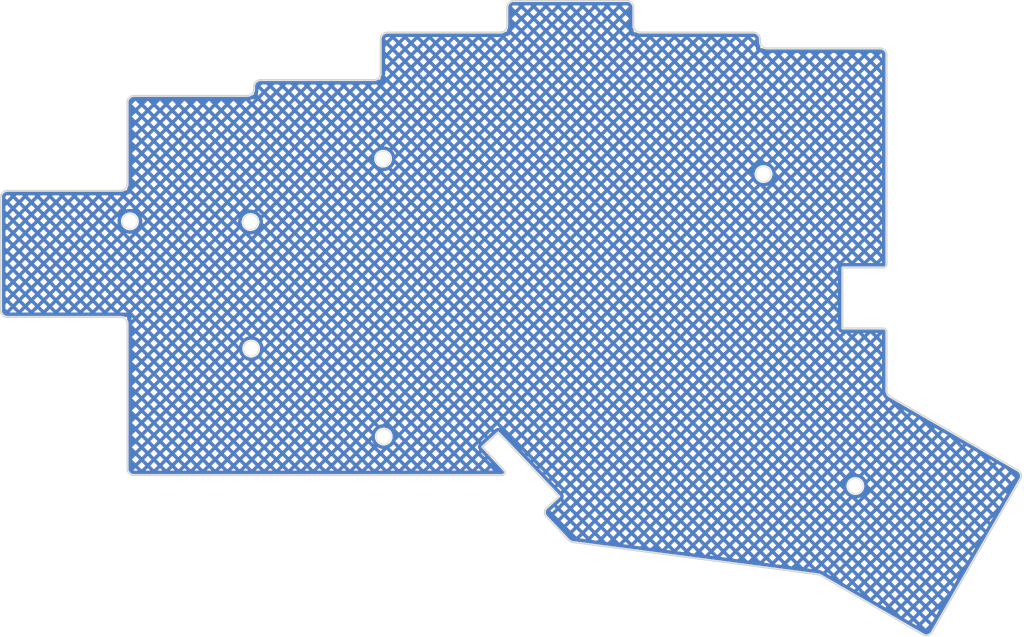
<source format=kicad_pcb>
(kicad_pcb (version 20211014) (generator pcbnew)
  (layers (0 "F.Cu" signal) (31 "B.Cu" signal) (34 "B.Paste" user) (35 "F.Paste" user) (36 "B.SilkS" user "B.Silkscreen") (37 "F.SilkS" user "F.Silkscreen") (38 "B.Mask" user) (39 "F.Mask" user) (44 "Edge.Cuts" user))
  (net 0 "")
  (footprint "kbd:M2_Hole_Edge_Cut" (layer "F.Cu") (at 128.721463 40.374367)
    (fp_text reference "H8")
    (fp_text value "MountingHole")
    (fp_circle (center 0 0) (end 1.15 0) (layer "Edge.Cuts") (width 0.1) (fill none))
  )
  (footprint "kbd:M2_Hole_Edge_Cut" (layer "F.Cu") (at 71.621463 38.074367)
    (fp_text reference "H4")
    (fp_text value "MountingHole")
    (fp_circle (center 0 0) (end 1.15 0) (layer "Edge.Cuts") (width 0.1) (fill none))
  )
  (footprint "kbd:M2_Hole_Edge_Cut" (layer "F.Cu") (at 33.621463 47.474367)
    (fp_text reference "H3")
    (fp_text value "MountingHole")
    (fp_circle (center 0 0) (end 1.15 0) (layer "Edge.Cuts") (width 0.1) (fill none))
  )
  (footprint "kbd:M2_Hole_Edge_Cut" (layer "F.Cu") (at 51.821463 66.574367)
    (fp_text reference "H2")
    (fp_text value "MountingHole")
    (fp_circle (center 0 0) (end 1.15 0) (layer "Edge.Cuts") (width 0.1) (fill none))
  )
  (footprint "kbd:M2_Hole_Edge_Cut" (layer "F.Cu") (at 51.721463 47.574367)
    (fp_text reference "H1")
    (fp_text value "MountingHole")
    (fp_circle (center 0 0) (end 1.15 0) (layer "Edge.Cuts") (width 0.1) (fill none))
  )
  (footprint "kbd:M2_Hole_Edge_Cut" (layer "F.Cu") (at 71.721463 79.774367)
    (fp_text reference "H5")
    (fp_text value "MountingHole")
    (fp_circle (center 0 0) (end 1.15 0) (layer "Edge.Cuts") (width 0.1) (fill none))
  )
  (footprint "kbd:M2_Hole_Edge_Cut" (layer "F.Cu") (at 142.507505 87.19918)
    (fp_text reference "H9")
    (fp_text value "MountingHole")
    (fp_circle (center 0 0) (end 1.15 0) (layer "Edge.Cuts") (width 0.1) (fill none))
  )
  (gr_arc (start 166.912511 84.834934) (mid 167.378437 85.442141) (end 167.278537 86.20096) (layer "Edge.Cuts") (width 0.2))
  (gr_arc (start 90.221463 18.099368) (mid 89.92857 18.806475) (end 89.221463 19.099368) (layer "Edge.Cuts") (width 0.2))
  (gr_line (start 15.221464 42.849368) (end 32.221465 42.849368) (layer "Edge.Cuts") (width 0.2))
  (gr_line (start 140.591432 63.50434) (end 140.591432 54.44434) (layer "Edge.Cuts") (width 0.2))
  (gr_line (start 99.480311 95.345258) (end 96.121464 91.809367) (layer "Edge.Cuts") (width 0.2))
  (gr_line (start 33.221463 84.609762) (end 33.221463 62.849367) (layer "Edge.Cuts") (width 0.2))
  (gr_line (start 89.496464 85.599367) (end 34.211068 85.599367) (layer "Edge.Cuts") (width 0.2))
  (gr_line (start 89.846464 84.849367) (end 86.571464 81.324367) (layer "Edge.Cuts") (width 0.2))
  (gr_line (start 147.721463 73.754978) (end 166.912511 84.834934) (layer "Edge.Cuts") (width 0.2))
  (gr_arc (start 52.221466 27.599371) (mid 51.928571 28.306477) (end 51.221463 28.599368) (layer "Edge.Cuts") (width 0.2))
  (gr_arc (start 71.221463 25.224368) (mid 70.92857 25.931475) (end 70.221463 26.224368) (layer "Edge.Cuts") (width 0.2))
  (gr_line (start 147.221433 64.004341) (end 147.221463 72.888952) (layer "Edge.Cuts") (width 0.2))
  (gr_line (start 71.221463 25.224368) (end 71.221463 20.099368) (layer "Edge.Cuts") (width 0.2))
  (gr_arc (start 146.221463 21.474368) (mid 146.92857 21.767261) (end 147.221463 22.474368) (layer "Edge.Cuts") (width 0.2))
  (gr_arc (start 108.221463 14.349368) (mid 108.92857 14.642261) (end 109.221463 15.349368) (layer "Edge.Cuts") (width 0.2))
  (gr_line (start 110.221463 19.099367) (end 127.221463 19.099367) (layer "Edge.Cuts") (width 0.2))
  (gr_arc (start 147.221432 53.940786) (mid 147.074984 54.29434) (end 146.721429 54.440785) (layer "Edge.Cuts") (width 0.2))
  (gr_line (start 152.662511 109.516658) (end 137.244527 100.615081) (layer "Edge.Cuts") (width 0.2))
  (gr_arc (start 110.221462 19.099368) (mid 109.514356 18.806474) (end 109.221463 18.099367) (layer "Edge.Cuts") (width 0.2))
  (gr_line (start 147.221433 22.474342) (end 147.221432 53.940786) (layer "Edge.Cuts") (width 0.2))
  (gr_arc (start 34.211068 85.599367) (mid 33.511312 85.309518) (end 33.221463 84.609762) (layer "Edge.Cuts") (width 0.2))
  (gr_arc (start 52.221463 27.224368) (mid 52.514356 26.517261) (end 53.221463 26.224368) (layer "Edge.Cuts") (width 0.2))
  (gr_line (start 53.221463 26.224368) (end 70.221463 26.224368) (layer "Edge.Cuts") (width 0.2))
  (gr_line (start 14.221465 60.849368) (end 14.221465 43.849369) (layer "Edge.Cuts") (width 0.2))
  (gr_arc (start 15.221464 61.849367) (mid 14.514358 61.556474) (end 14.221465 60.849368) (layer "Edge.Cuts") (width 0.2))
  (gr_line (start 52.221463 27.599368) (end 52.221463 27.224367) (layer "Edge.Cuts") (width 0.2))
  (gr_line (start 140.591432 54.44434) (end 146.721429 54.440785) (layer "Edge.Cuts") (width 0.2))
  (gr_arc (start 14.221465 43.849369) (mid 14.514358 43.142262) (end 15.221464 42.849368) (layer "Edge.Cuts") (width 0.2))
  (gr_arc (start 96.121464 91.809367) (mid 95.846999 91.146749) (end 96.121464 90.484131) (layer "Edge.Cuts") (width 0.2))
  (gr_arc (start 129.221463 21.474367) (mid 128.514356 21.181474) (end 128.221463 20.474367) (layer "Edge.Cuts") (width 0.2))
  (gr_arc (start 33.221465 41.84937) (mid 32.928571 42.556475) (end 32.221464 42.849367) (layer "Edge.Cuts") (width 0.2))
  (gr_arc (start 90.221463 15.349368) (mid 90.514356 14.642261) (end 91.221463 14.349368) (layer "Edge.Cuts") (width 0.2))
  (gr_arc (start 127.221463 19.099367) (mid 127.92857 19.39226) (end 128.221463 20.099367) (layer "Edge.Cuts") (width 0.2))
  (gr_arc (start 100.068595 95.644797) (mid 99.748739 95.545528) (end 99.480311 95.345258) (layer "Edge.Cuts") (width 0.2))
  (gr_line (start 136.878894 100.490965) (end 100.068595 95.644797) (layer "Edge.Cuts") (width 0.2))
  (gr_line (start 109.221463 15.349368) (end 109.221463 18.099367) (layer "Edge.Cuts") (width 0.2))
  (gr_line (start 128.221463 20.099367) (end 128.221463 20.474367) (layer "Edge.Cuts") (width 0.2))
  (gr_arc (start 33.221464 29.599368) (mid 33.514357 28.892261) (end 34.221464 28.599368) (layer "Edge.Cuts") (width 0.2))
  (gr_line (start 129.221463 21.474367) (end 146.221463 21.474368) (layer "Edge.Cuts") (width 0.2))
  (gr_line (start 167.278537 86.20096) (end 154.028537 109.150633) (layer "Edge.Cuts") (width 0.2))
  (gr_line (start 88.896464 79.199367) (end 86.571464 81.324367) (layer "Edge.Cuts") (width 0.2))
  (gr_arc (start 136.878894 100.490965) (mid 137.067823 100.535017) (end 137.244527 100.615081) (layer "Edge.Cuts") (width 0.2))
  (gr_arc (start 147.721463 73.754977) (mid 147.355438 73.388952) (end 147.221463 72.888952) (layer "Edge.Cuts") (width 0.2))
  (gr_line (start 96.121464 90.484131) (end 98.021464 88.749367) (layer "Edge.Cuts") (width 0.2))
  (gr_line (start 98.021464 88.749367) (end 88.896464 79.199367) (layer "Edge.Cuts") (width 0.2))
  (gr_arc (start 71.221462 20.099368) (mid 71.514356 19.392261) (end 72.221463 19.099367) (layer "Edge.Cuts") (width 0.2))
  (gr_line (start 90.221463 18.099368) (end 90.221463 15.349368) (layer "Edge.Cuts") (width 0.2))
  (gr_line (start 32.221464 61.849368) (end 15.221464 61.849368) (layer "Edge.Cuts") (width 0.2))
  (gr_line (start 146.721434 63.504338) (end 140.591432 63.50434) (layer "Edge.Cuts") (width 0.2))
  (gr_arc (start 146.721434 63.504338) (mid 147.074988 63.650786) (end 147.221433 64.004341) (layer "Edge.Cuts") (width 0.2))
  (gr_line (start 91.221463 14.349368) (end 108.221463 14.349368) (layer "Edge.Cuts") (width 0.2))
  (gr_line (start 72.221463 19.099367) (end 89.221463 19.099368) (layer "Edge.Cuts") (width 0.2))
  (gr_line (start 33.221464 41.849368) (end 33.221464 29.599368) (layer "Edge.Cuts") (width 0.2))
  (gr_arc (start 32.221466 61.849364) (mid 32.928572 62.142259) (end 33.221463 62.849367) (layer "Edge.Cuts") (width 0.2))
  (gr_arc (start 89.846464 84.849367) (mid 89.903954 85.332863) (end 89.496464 85.599367) (layer "Edge.Cuts") (width 0.2))
  (gr_arc (start 154.028536 109.150633) (mid 153.42133 109.616559) (end 152.662511 109.516658) (layer "Edge.Cuts") (width 0.2))
  (gr_line (start 34.221464 28.599368) (end 51.221463 28.599368) (layer "Edge.Cuts") (width 0.2))
  (zone (net 0) (net_name "") (layers F&B.Cu) (priority 1) (connect_pads (clearance 0.2)) (min_thickness 0.25) (fill yes (mode hatch) (thermal_gap 0.5) (thermal_bridge_width 0.5) (hatch_thickness 0.5) (hatch_gap 0.8) (hatch_orientation 45) (hatch_border_algorithm hatch_thickness) (hatch_min_hole_area 0.3))
    (polygon (pts (xy 109.221463 19.104952) (xy 128.221463 19.104952) (xy 128.221463 21.504952) (xy 147.221463 21.504952) (xy 147.221463 23.804952) (xy 147.721464 73.349367) (xy 167.821463 85.204952) (xy 153.421463 109.904952) (xy 137.021463 100.504952) (xy 99.721463 95.504952) (xy 90.121463 85.504952) (xy 33.221463 85.604952) (xy 33.221463 61.804952) (xy 14.121463 61.804952) (xy 14.221463 42.904952) (xy 33.221463 42.804952) (xy 33.221463 28.504952) (xy 52.221463 28.504952) (xy 52.221463 26.204952) (xy 71.221463 26.204952) (xy 71.221463 19.004952) (xy 90.221463 19.004952) (xy 90.221463 14.304952) (xy 109.221463 14.304952)))
  )
)
</source>
